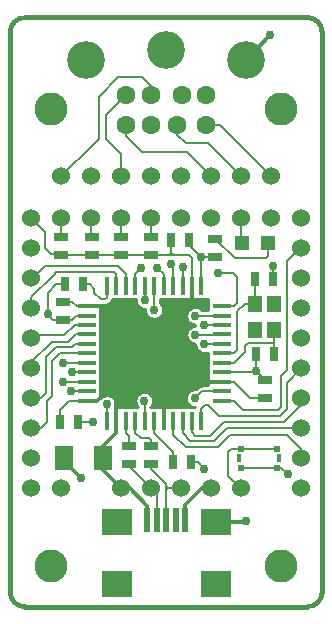
<source format=gtl>
G04 (created by PCBNEW (2013-04-19 BZR 4011)-stable) date 09/05/2013 23:39:35*
%MOIN*%
G04 Gerber Fmt 3.4, Leading zero omitted, Abs format*
%FSLAX34Y34*%
G01*
G70*
G90*
G04 APERTURE LIST*
%ADD10C,2.3622e-006*%
%ADD11C,0.015*%
%ADD12C,0.06*%
%ADD13R,0.0246063X0.023622*%
%ADD14R,0.0127953X0.0275591*%
%ADD15R,0.0472X0.0551*%
%ADD16R,0.0472X0.0472*%
%ADD17R,0.045X0.025*%
%ADD18R,0.025X0.045*%
%ADD19R,0.06X0.016*%
%ADD20R,0.016X0.06*%
%ADD21R,0.06X0.08*%
%ADD22C,0.0629921*%
%ADD23C,0.125984*%
%ADD24R,0.0197X0.0787*%
%ADD25R,0.0984X0.0866*%
%ADD26C,0.110236*%
%ADD27C,0.03*%
%ADD28C,0.012*%
%ADD29C,0.008*%
%ADD30C,0.01*%
G04 APERTURE END LIST*
G54D10*
G54D11*
X10400Y-500D02*
X10400Y-19150D01*
X0Y-19150D02*
X0Y-500D01*
X9900Y-19650D02*
X500Y-19650D01*
X9900Y-19650D02*
G75*
G03X10400Y-19150I0J500D01*
G74*
G01*
X0Y-19150D02*
G75*
G03X500Y-19650I500J0D01*
G74*
G01*
X500Y0D02*
X9900Y0D01*
X500Y0D02*
G75*
G03X0Y-500I0J-500D01*
G74*
G01*
X10400Y-500D02*
G75*
G03X9900Y0I-500J0D01*
G74*
G01*
G54D12*
X700Y-6700D03*
G54D13*
X8910Y-15014D03*
X7689Y-15014D03*
X8910Y-14385D03*
X7689Y-14385D03*
G54D14*
X7630Y-14700D03*
X8969Y-14700D03*
G54D15*
X8160Y-10408D03*
X8160Y-9542D03*
X8790Y-10408D03*
X8790Y-9542D03*
G54D16*
X7716Y-7525D03*
X8583Y-7525D03*
G54D17*
X6825Y-7375D03*
X6825Y-7975D03*
G54D12*
X9700Y-15700D03*
X4700Y-15700D03*
X5700Y-15700D03*
X6700Y-5300D03*
G54D18*
X1825Y-8900D03*
X2425Y-8900D03*
G54D17*
X4700Y-14300D03*
X4700Y-14900D03*
X3950Y-14300D03*
X3950Y-14900D03*
G54D12*
X1700Y-6700D03*
X9700Y-10700D03*
X9700Y-8700D03*
X9700Y-9700D03*
X9700Y-7700D03*
X9700Y-11700D03*
X9700Y-12700D03*
X9700Y-13700D03*
X7700Y-15700D03*
X8700Y-5300D03*
X7700Y-5300D03*
X700Y-7700D03*
X1700Y-15700D03*
X9700Y-6700D03*
X3700Y-15700D03*
X6700Y-15700D03*
X9700Y-14700D03*
X700Y-15700D03*
X700Y-14700D03*
X700Y-13700D03*
X700Y-12700D03*
X2700Y-6700D03*
X700Y-10700D03*
X700Y-9700D03*
X700Y-8700D03*
X8700Y-6700D03*
X7700Y-6700D03*
X6700Y-6700D03*
X5700Y-6700D03*
X4700Y-6700D03*
X3700Y-6700D03*
X700Y-11700D03*
G54D17*
X2725Y-7925D03*
X2725Y-7325D03*
X3700Y-7925D03*
X3700Y-7325D03*
X4700Y-7925D03*
X4700Y-7325D03*
X1700Y-7925D03*
X1700Y-7325D03*
G54D12*
X1700Y-5300D03*
X2700Y-5300D03*
X3700Y-5300D03*
X4700Y-5300D03*
X5700Y-5300D03*
G54D19*
X2550Y-11200D03*
X2550Y-11515D03*
X2550Y-11830D03*
X2550Y-12145D03*
X2550Y-12460D03*
X2550Y-12775D03*
X2550Y-10885D03*
X2550Y-10570D03*
X2550Y-10255D03*
X2550Y-9940D03*
X2550Y-9625D03*
X7050Y-11200D03*
X7050Y-11515D03*
X7050Y-11830D03*
X7050Y-12145D03*
X7050Y-12460D03*
X7050Y-12775D03*
X7050Y-10885D03*
X7050Y-10570D03*
X7050Y-10255D03*
X7050Y-9940D03*
X7050Y-9625D03*
G54D20*
X4800Y-13450D03*
X4800Y-8950D03*
X5115Y-13450D03*
X5115Y-8950D03*
X5430Y-8950D03*
X5430Y-13450D03*
X5745Y-13450D03*
X5745Y-8950D03*
X6060Y-8950D03*
X6060Y-13450D03*
X6375Y-13450D03*
X6375Y-8950D03*
X4485Y-8950D03*
X4485Y-13450D03*
X4170Y-13450D03*
X4170Y-8950D03*
X3855Y-8950D03*
X3855Y-13450D03*
X3540Y-13450D03*
X3540Y-8950D03*
X3225Y-8950D03*
X3225Y-13450D03*
G54D21*
X3100Y-14675D03*
X1800Y-14675D03*
G54D17*
X8500Y-12700D03*
X8500Y-12100D03*
G54D18*
X5425Y-14825D03*
X6025Y-14825D03*
G54D17*
X1750Y-9475D03*
X1750Y-10075D03*
G54D18*
X5375Y-7425D03*
X5975Y-7425D03*
X1675Y-13500D03*
X2275Y-13500D03*
X8800Y-11225D03*
X8200Y-11225D03*
X8150Y-8725D03*
X8750Y-8725D03*
G54D22*
X3861Y-2596D03*
X6538Y-2596D03*
X3861Y-3580D03*
X6538Y-3580D03*
G54D23*
X5200Y-1100D03*
X2542Y-1414D03*
X7857Y-1414D03*
G54D22*
X4688Y-2596D03*
X5711Y-2596D03*
X4688Y-3580D03*
X5554Y-3580D03*
G54D24*
X4571Y-16767D03*
X4886Y-16767D03*
X5201Y-16767D03*
X5516Y-16767D03*
X5831Y-16767D03*
G54D25*
X3547Y-16806D03*
X6854Y-16806D03*
X3547Y-18892D03*
X6855Y-18892D03*
G54D26*
X9025Y-18275D03*
X1375Y-3050D03*
X9025Y-3050D03*
X1375Y-18275D03*
G54D27*
X1750Y-12150D03*
X4800Y-9750D03*
X4500Y-9425D03*
X4375Y-8350D03*
X6475Y-10900D03*
X6175Y-10575D03*
X6475Y-10250D03*
X6175Y-9950D03*
X5750Y-8325D03*
X6925Y-8525D03*
X5350Y-8225D03*
X4900Y-8350D03*
X3225Y-12900D03*
X2075Y-11825D03*
X1750Y-11525D03*
X6150Y-12700D03*
X8675Y-600D03*
X7850Y-16800D03*
X1250Y-9900D03*
X8750Y-8275D03*
X6375Y-7975D03*
X6475Y-15050D03*
X8200Y-11800D03*
X9250Y-15225D03*
X4475Y-12775D03*
X2775Y-13500D03*
X2350Y-15350D03*
X2025Y-12450D03*
G54D28*
X4571Y-16767D02*
X4571Y-16271D01*
X4000Y-15700D02*
X3700Y-15700D01*
X4571Y-16271D02*
X4000Y-15700D01*
G54D29*
X2550Y-9625D02*
X2225Y-9625D01*
X2225Y-9625D02*
X2075Y-9475D01*
X2075Y-9475D02*
X1750Y-9475D01*
G54D28*
X5125Y-12150D02*
X3540Y-12150D01*
X2550Y-9625D02*
X3085Y-9625D01*
X3085Y-9625D02*
X3540Y-10080D01*
X3540Y-10080D02*
X3540Y-12150D01*
X3540Y-12150D02*
X3540Y-13450D01*
X2550Y-12775D02*
X2900Y-12775D01*
X2900Y-12775D02*
X3200Y-12475D01*
X3200Y-12475D02*
X3540Y-12475D01*
G54D29*
X5365Y-7855D02*
X5295Y-7925D01*
X5375Y-7855D02*
X5365Y-7855D01*
X5295Y-7925D02*
X5375Y-7925D01*
X5375Y-7855D02*
X5445Y-7925D01*
X5375Y-7850D02*
X5375Y-7855D01*
X5445Y-7925D02*
X5975Y-7925D01*
X6060Y-8010D02*
X6060Y-8950D01*
X5975Y-7925D02*
X6060Y-8010D01*
X5375Y-7850D02*
X5375Y-7425D01*
G54D28*
X6060Y-8950D02*
X6060Y-9390D01*
X5125Y-10325D02*
X5125Y-12150D01*
X6060Y-9390D02*
X5125Y-10325D01*
X5125Y-12150D02*
X5125Y-13440D01*
X5125Y-13440D02*
X5115Y-13450D01*
X5125Y-12150D02*
X7045Y-12150D01*
X7045Y-12150D02*
X7050Y-12145D01*
G54D29*
X1675Y-13500D02*
X1675Y-13075D01*
X1975Y-12775D02*
X2550Y-12775D01*
X1675Y-13075D02*
X1975Y-12775D01*
G54D28*
X3540Y-13860D02*
X3540Y-13450D01*
X3100Y-14300D02*
X3540Y-13860D01*
X3100Y-14675D02*
X3100Y-14300D01*
X3700Y-15700D02*
X3100Y-15100D01*
G54D29*
X7050Y-12145D02*
X7445Y-12145D01*
X7625Y-12325D02*
X8000Y-12700D01*
X7445Y-12145D02*
X7625Y-12325D01*
X8000Y-12700D02*
X8500Y-12700D01*
X5375Y-7925D02*
X5375Y-7850D01*
X4700Y-7925D02*
X5295Y-7925D01*
X5375Y-7925D02*
X5445Y-7925D01*
X4700Y-7925D02*
X3700Y-7925D01*
X3700Y-7925D02*
X2725Y-7925D01*
X2725Y-7925D02*
X1700Y-7925D01*
X1700Y-7925D02*
X1675Y-7900D01*
X1675Y-7900D02*
X1375Y-7900D01*
X1375Y-7900D02*
X1150Y-7675D01*
X1150Y-7675D02*
X1150Y-7150D01*
X1150Y-7150D02*
X700Y-6700D01*
G54D28*
X3100Y-15100D02*
X3100Y-14675D01*
G54D29*
X2550Y-12145D02*
X2205Y-12145D01*
X2205Y-12145D02*
X1750Y-12150D01*
X5265Y-15700D02*
X5201Y-15636D01*
X5300Y-15700D02*
X5265Y-15700D01*
X5265Y-15700D02*
X5201Y-15764D01*
X5201Y-15764D02*
X5201Y-15765D01*
X5700Y-15700D02*
X5300Y-15700D01*
X5300Y-15700D02*
X5201Y-15700D01*
X5201Y-16767D02*
X5201Y-15765D01*
X5201Y-15765D02*
X5201Y-15700D01*
X5201Y-15700D02*
X5201Y-15636D01*
X5201Y-15636D02*
X5201Y-15546D01*
X5201Y-15546D02*
X4700Y-15045D01*
X4700Y-15045D02*
X4700Y-14900D01*
X4886Y-15886D02*
X4700Y-15700D01*
X4886Y-16767D02*
X4886Y-15886D01*
X3950Y-14900D02*
X3950Y-14950D01*
X3950Y-14950D02*
X4700Y-15700D01*
X1700Y-5300D02*
X2950Y-4050D01*
X2950Y-4050D02*
X2950Y-2650D01*
X2950Y-2650D02*
X3600Y-2000D01*
X1700Y-5300D02*
X2650Y-4350D01*
X3600Y-2000D02*
X4400Y-2000D01*
X4400Y-2000D02*
X4688Y-2288D01*
X4688Y-2288D02*
X4688Y-2596D01*
X3700Y-5300D02*
X3700Y-4550D01*
X3700Y-4550D02*
X3200Y-4050D01*
X3200Y-4050D02*
X3200Y-3257D01*
X3200Y-3257D02*
X3861Y-2596D01*
X3861Y-3580D02*
X3861Y-3961D01*
X3861Y-3961D02*
X4400Y-4500D01*
X4400Y-4500D02*
X5900Y-4500D01*
X5900Y-4500D02*
X6700Y-5300D01*
X5554Y-3580D02*
X5554Y-3904D01*
X6600Y-4200D02*
X7700Y-5300D01*
X5850Y-4200D02*
X6600Y-4200D01*
X5554Y-3904D02*
X5850Y-4200D01*
X6538Y-3580D02*
X6980Y-3580D01*
X6980Y-3580D02*
X8700Y-5300D01*
X5430Y-13450D02*
X5430Y-13905D01*
X9700Y-14400D02*
X9700Y-14700D01*
X9225Y-13925D02*
X9700Y-14400D01*
X7325Y-13925D02*
X9225Y-13925D01*
X6925Y-14325D02*
X7325Y-13925D01*
X5850Y-14325D02*
X6925Y-14325D01*
X5430Y-13905D02*
X5850Y-14325D01*
X5745Y-13450D02*
X5745Y-13870D01*
X7225Y-13700D02*
X9700Y-13700D01*
X6800Y-14125D02*
X7225Y-13700D01*
X6000Y-14125D02*
X6800Y-14125D01*
X5745Y-13870D02*
X6000Y-14125D01*
X9700Y-12700D02*
X9700Y-12925D01*
X6060Y-13835D02*
X6060Y-13450D01*
X6169Y-13944D02*
X6060Y-13835D01*
X6650Y-13944D02*
X6169Y-13944D01*
X7114Y-13480D02*
X6650Y-13944D01*
X9144Y-13480D02*
X7114Y-13480D01*
X9700Y-12925D02*
X9144Y-13480D01*
X6375Y-13450D02*
X6375Y-13050D01*
X9225Y-12175D02*
X9700Y-11700D01*
X9225Y-13050D02*
X9225Y-12175D01*
X9000Y-13275D02*
X9225Y-13050D01*
X6950Y-13275D02*
X9000Y-13275D01*
X6600Y-12925D02*
X6950Y-13275D01*
X6500Y-12925D02*
X6600Y-12925D01*
X6375Y-13050D02*
X6500Y-12925D01*
X4800Y-8950D02*
X4800Y-9750D01*
X4485Y-8950D02*
X4485Y-9410D01*
X4485Y-9410D02*
X4500Y-9425D01*
X4170Y-8950D02*
X4170Y-8555D01*
X4170Y-8555D02*
X4375Y-8350D01*
X9025Y-11950D02*
X9225Y-11750D01*
X9025Y-11950D02*
X9025Y-12975D01*
X9700Y-7700D02*
X9650Y-7700D01*
X9650Y-7700D02*
X9225Y-8125D01*
X7446Y-12775D02*
X7746Y-13075D01*
X7746Y-13075D02*
X8925Y-13075D01*
X8925Y-13075D02*
X9025Y-12975D01*
X7446Y-12775D02*
X7050Y-12775D01*
X9225Y-11750D02*
X9225Y-8125D01*
X3855Y-8950D02*
X3855Y-8555D01*
X750Y-8700D02*
X700Y-8700D01*
X1150Y-8300D02*
X750Y-8700D01*
X3600Y-8300D02*
X1150Y-8300D01*
X3855Y-8555D02*
X3600Y-8300D01*
X1575Y-8500D02*
X1525Y-8500D01*
X1525Y-8500D02*
X1450Y-8575D01*
X700Y-9325D02*
X700Y-9700D01*
X1450Y-8575D02*
X700Y-9325D01*
X3540Y-8950D02*
X3540Y-8565D01*
X1825Y-8500D02*
X1575Y-8500D01*
X3475Y-8500D02*
X1825Y-8500D01*
X3540Y-8565D02*
X3475Y-8500D01*
X6475Y-10900D02*
X7035Y-10900D01*
X7035Y-10900D02*
X7050Y-10885D01*
X1700Y-6700D02*
X1700Y-7325D01*
X6175Y-10575D02*
X7045Y-10575D01*
X7045Y-10575D02*
X7050Y-10570D01*
X2700Y-6700D02*
X2700Y-7300D01*
X2700Y-7300D02*
X2725Y-7325D01*
X7050Y-10255D02*
X7045Y-10250D01*
X6475Y-10250D02*
X7045Y-10250D01*
X3700Y-6700D02*
X3700Y-7325D01*
X6175Y-9950D02*
X7040Y-9950D01*
X7040Y-9950D02*
X7050Y-9940D01*
X7040Y-9950D02*
X7050Y-9940D01*
X4700Y-6700D02*
X4700Y-7325D01*
X5745Y-8345D02*
X5745Y-8950D01*
X5750Y-8325D02*
X5745Y-8345D01*
X7450Y-9625D02*
X7050Y-9625D01*
X7550Y-8650D02*
X7425Y-8525D01*
X7550Y-9525D02*
X7550Y-8650D01*
X7450Y-9625D02*
X7550Y-9525D01*
X7425Y-8525D02*
X6925Y-8525D01*
X7700Y-6700D02*
X7700Y-7508D01*
X7700Y-7508D02*
X7716Y-7525D01*
X5430Y-8950D02*
X5430Y-8305D01*
X5430Y-8305D02*
X5350Y-8225D01*
X5115Y-8560D02*
X4905Y-8350D01*
X4905Y-8350D02*
X4900Y-8350D01*
X5115Y-8950D02*
X5115Y-8560D01*
X3225Y-12900D02*
X3225Y-13450D01*
X2550Y-11830D02*
X2095Y-11830D01*
X2095Y-11830D02*
X2075Y-11825D01*
X1760Y-11515D02*
X2550Y-11515D01*
X1750Y-11525D02*
X1760Y-11515D01*
X1650Y-11200D02*
X2550Y-11200D01*
X1400Y-11450D02*
X1400Y-12625D01*
X1650Y-11200D02*
X1400Y-11450D01*
X700Y-13700D02*
X1025Y-13700D01*
X1225Y-12800D02*
X1400Y-12625D01*
X1225Y-13500D02*
X1225Y-12800D01*
X1025Y-13700D02*
X1225Y-13500D01*
X1200Y-12525D02*
X1200Y-11325D01*
X1525Y-11000D02*
X2050Y-11000D01*
X1200Y-11325D02*
X1525Y-11000D01*
X2050Y-11000D02*
X2165Y-10885D01*
X2165Y-10885D02*
X2550Y-10885D01*
X1200Y-12525D02*
X1025Y-12700D01*
X700Y-12700D02*
X1025Y-12700D01*
X2165Y-10885D02*
X2550Y-10885D01*
X2050Y-11000D02*
X2165Y-10885D01*
X700Y-12700D02*
X700Y-12700D01*
X700Y-11700D02*
X700Y-11500D01*
X1930Y-10819D02*
X2180Y-10570D01*
X1380Y-10819D02*
X1930Y-10819D01*
X700Y-11500D02*
X1380Y-10819D01*
X2180Y-10570D02*
X2550Y-10570D01*
X2180Y-10570D02*
X2550Y-10570D01*
X700Y-11700D02*
X700Y-11700D01*
X700Y-11700D02*
X700Y-11700D01*
X1810Y-10600D02*
X800Y-10600D01*
X800Y-10600D02*
X700Y-10700D01*
X2550Y-10255D02*
X2155Y-10255D01*
X2155Y-10255D02*
X1810Y-10600D01*
X7689Y-14385D02*
X8910Y-14385D01*
X7689Y-14385D02*
X7364Y-14385D01*
X7275Y-15275D02*
X7700Y-15700D01*
X7275Y-14475D02*
X7275Y-15275D01*
X7364Y-14385D02*
X7275Y-14475D01*
X7050Y-12460D02*
X6390Y-12460D01*
X6150Y-12700D02*
X6390Y-12460D01*
X7857Y-1414D02*
X7860Y-1414D01*
G54D28*
X7860Y-1414D02*
X8675Y-600D01*
X7857Y-1414D02*
X7864Y-1414D01*
X6854Y-16806D02*
X7844Y-16806D01*
X7844Y-16806D02*
X7850Y-16800D01*
X5831Y-16767D02*
X5831Y-16269D01*
X6400Y-15700D02*
X6700Y-15700D01*
X5831Y-16269D02*
X6400Y-15700D01*
G54D29*
X1825Y-8900D02*
X1525Y-8900D01*
X1525Y-8900D02*
X1250Y-9175D01*
X1250Y-9175D02*
X1250Y-9900D01*
X1750Y-10075D02*
X1425Y-10075D01*
X1425Y-10075D02*
X1250Y-9900D01*
X2550Y-9940D02*
X2210Y-9940D01*
X2210Y-9940D02*
X2075Y-10075D01*
X2075Y-10075D02*
X1750Y-10075D01*
X6825Y-7975D02*
X6375Y-7975D01*
X6375Y-7975D02*
X6350Y-7975D01*
X6350Y-7975D02*
X6375Y-8000D01*
X6250Y-14825D02*
X6475Y-15050D01*
X6025Y-14825D02*
X6250Y-14825D01*
X8200Y-11225D02*
X8200Y-11800D01*
X8200Y-11800D02*
X8225Y-11825D01*
X8500Y-12100D02*
X8225Y-11825D01*
X7055Y-11825D02*
X7050Y-11830D01*
X8225Y-11825D02*
X7055Y-11825D01*
X8910Y-15014D02*
X9039Y-15014D01*
X9039Y-15014D02*
X9250Y-15225D01*
X7689Y-15014D02*
X8910Y-15014D01*
X4485Y-13450D02*
X4485Y-12785D01*
X4485Y-12785D02*
X4475Y-12775D01*
X2275Y-13500D02*
X2775Y-13500D01*
G54D28*
X1800Y-14675D02*
X1800Y-14800D01*
X1800Y-14800D02*
X2350Y-15350D01*
G54D29*
X2550Y-12460D02*
X2035Y-12460D01*
X2035Y-12460D02*
X2025Y-12450D01*
X8750Y-8725D02*
X8750Y-8275D01*
X8750Y-8275D02*
X8750Y-8225D01*
X8750Y-8725D02*
X8750Y-8300D01*
X8750Y-8300D02*
X8725Y-8275D01*
X5975Y-7425D02*
X5975Y-7600D01*
X5975Y-7600D02*
X6350Y-7975D01*
X6375Y-8000D02*
X6375Y-8950D01*
X6375Y-8950D02*
X6375Y-8000D01*
X3225Y-8950D02*
X3225Y-9350D01*
X2650Y-8900D02*
X2425Y-8900D01*
X2800Y-9050D02*
X2650Y-8900D01*
X2800Y-9200D02*
X2800Y-9050D01*
X3025Y-9400D02*
X2800Y-9200D01*
X3150Y-9400D02*
X3025Y-9400D01*
X3225Y-9350D02*
X3150Y-9400D01*
X3200Y-8925D02*
X3225Y-8950D01*
X3200Y-8925D02*
X3225Y-8950D01*
X8583Y-7525D02*
X8583Y-7966D01*
X7500Y-8025D02*
X6825Y-7375D01*
X8525Y-8025D02*
X7500Y-8025D01*
X8583Y-7966D02*
X8525Y-8025D01*
X4800Y-13850D02*
X4800Y-13450D01*
X5425Y-14475D02*
X4800Y-13850D01*
X5425Y-14825D02*
X5425Y-14475D01*
X4170Y-13450D02*
X4170Y-13845D01*
X4170Y-13845D02*
X4350Y-14025D01*
X4350Y-14025D02*
X4625Y-14025D01*
X4625Y-14025D02*
X4700Y-14100D01*
X4700Y-14100D02*
X4700Y-14300D01*
X3950Y-14300D02*
X3950Y-13950D01*
X3950Y-13950D02*
X3855Y-13855D01*
X3855Y-13855D02*
X3855Y-13450D01*
X7050Y-11515D02*
X7460Y-11515D01*
X7925Y-10850D02*
X8790Y-10850D01*
X7825Y-10950D02*
X7925Y-10850D01*
X7825Y-11150D02*
X7825Y-10950D01*
X7460Y-11515D02*
X7825Y-11150D01*
X8790Y-10408D02*
X8790Y-10850D01*
X8790Y-10850D02*
X8790Y-11215D01*
X8790Y-11215D02*
X8800Y-11225D01*
X8150Y-8725D02*
X8150Y-9532D01*
X8150Y-9532D02*
X8160Y-9542D01*
X8160Y-9542D02*
X7833Y-9542D01*
X7450Y-11200D02*
X7050Y-11200D01*
X7575Y-11075D02*
X7450Y-11200D01*
X7575Y-9800D02*
X7575Y-11075D01*
X7833Y-9542D02*
X7575Y-9800D01*
G54D10*
G36*
X6600Y-12270D02*
X6390Y-12270D01*
X6372Y-12271D01*
X6355Y-12273D01*
X6354Y-12273D01*
X6353Y-12273D01*
X6336Y-12278D01*
X6319Y-12283D01*
X6318Y-12284D01*
X6317Y-12284D01*
X6302Y-12292D01*
X6286Y-12300D01*
X6285Y-12301D01*
X6284Y-12301D01*
X6271Y-12312D01*
X6257Y-12323D01*
X6256Y-12325D01*
X6256Y-12325D01*
X6256Y-12325D01*
X6255Y-12325D01*
X6181Y-12400D01*
X6122Y-12399D01*
X6064Y-12410D01*
X6010Y-12432D01*
X5961Y-12465D01*
X5919Y-12506D01*
X5885Y-12554D01*
X5862Y-12608D01*
X5850Y-12666D01*
X5849Y-12725D01*
X5860Y-12783D01*
X5881Y-12837D01*
X5913Y-12887D01*
X5954Y-12929D01*
X6002Y-12963D01*
X6056Y-12986D01*
X6114Y-12999D01*
X6146Y-13000D01*
X6141Y-13000D01*
X6126Y-12999D01*
X5965Y-12999D01*
X5965Y-13000D01*
X5826Y-13000D01*
X5811Y-12999D01*
X5650Y-12999D01*
X5650Y-13000D01*
X5511Y-13000D01*
X5496Y-12999D01*
X5335Y-12999D01*
X5335Y-13000D01*
X4881Y-13000D01*
X4866Y-12999D01*
X4705Y-12999D01*
X4705Y-13000D01*
X4675Y-13000D01*
X4675Y-12998D01*
X4703Y-12971D01*
X4737Y-12923D01*
X4761Y-12870D01*
X4774Y-12812D01*
X4775Y-12745D01*
X4763Y-12687D01*
X4741Y-12633D01*
X4708Y-12584D01*
X4667Y-12542D01*
X4618Y-12509D01*
X4564Y-12487D01*
X4506Y-12475D01*
X4447Y-12474D01*
X4389Y-12485D01*
X4335Y-12507D01*
X4286Y-12540D01*
X4244Y-12581D01*
X4210Y-12629D01*
X4187Y-12683D01*
X4175Y-12741D01*
X4174Y-12800D01*
X4185Y-12858D01*
X4206Y-12912D01*
X4238Y-12962D01*
X4275Y-13000D01*
X4251Y-13000D01*
X4236Y-12999D01*
X4075Y-12999D01*
X4075Y-13000D01*
X3936Y-13000D01*
X3921Y-12999D01*
X3760Y-12999D01*
X3760Y-13000D01*
X3508Y-13000D01*
X3511Y-12995D01*
X3524Y-12937D01*
X3525Y-12870D01*
X3513Y-12812D01*
X3491Y-12758D01*
X3458Y-12709D01*
X3417Y-12667D01*
X3368Y-12634D01*
X3314Y-12612D01*
X3256Y-12600D01*
X3197Y-12599D01*
X3139Y-12610D01*
X3085Y-12632D01*
X3036Y-12665D01*
X3000Y-12700D01*
X3000Y-12541D01*
X3000Y-12526D01*
X3000Y-12365D01*
X3000Y-12365D01*
X3000Y-12226D01*
X3000Y-12211D01*
X3000Y-12050D01*
X3000Y-12050D01*
X3000Y-11911D01*
X3000Y-11896D01*
X3000Y-11735D01*
X3000Y-11735D01*
X3000Y-11596D01*
X3000Y-11581D01*
X3000Y-11420D01*
X3000Y-11420D01*
X3000Y-11281D01*
X3000Y-11266D01*
X3000Y-11105D01*
X3000Y-11105D01*
X3000Y-10966D01*
X3000Y-10951D01*
X3000Y-10790D01*
X3000Y-10790D01*
X3000Y-10651D01*
X3000Y-10636D01*
X3000Y-10475D01*
X3000Y-10475D01*
X3000Y-10336D01*
X3000Y-10321D01*
X3000Y-10160D01*
X3000Y-10160D01*
X3000Y-10021D01*
X3000Y-10006D01*
X3000Y-9845D01*
X3000Y-9845D01*
X3000Y-9588D01*
X3008Y-9588D01*
X3022Y-9589D01*
X3025Y-9590D01*
X3150Y-9590D01*
X3167Y-9588D01*
X3184Y-9586D01*
X3185Y-9586D01*
X3186Y-9586D01*
X3203Y-9581D01*
X3220Y-9576D01*
X3221Y-9576D01*
X3222Y-9575D01*
X3237Y-9567D01*
X3253Y-9559D01*
X3255Y-9558D01*
X3255Y-9558D01*
X3255Y-9558D01*
X3255Y-9558D01*
X3328Y-9509D01*
X3329Y-9508D01*
X3329Y-9508D01*
X3330Y-9508D01*
X3342Y-9497D01*
X3357Y-9485D01*
X3358Y-9485D01*
X3359Y-9484D01*
X3369Y-9472D01*
X3381Y-9457D01*
X3382Y-9456D01*
X3382Y-9455D01*
X3390Y-9441D01*
X3399Y-9424D01*
X3399Y-9423D01*
X3400Y-9423D01*
X3405Y-9407D01*
X3407Y-9400D01*
X3458Y-9400D01*
X3473Y-9400D01*
X3634Y-9400D01*
X3634Y-9400D01*
X3773Y-9400D01*
X3788Y-9400D01*
X3949Y-9400D01*
X3949Y-9400D01*
X4088Y-9400D01*
X4103Y-9400D01*
X4200Y-9400D01*
X4199Y-9450D01*
X4210Y-9508D01*
X4231Y-9562D01*
X4263Y-9612D01*
X4304Y-9654D01*
X4352Y-9688D01*
X4406Y-9711D01*
X4464Y-9724D01*
X4500Y-9725D01*
X4499Y-9775D01*
X4510Y-9833D01*
X4531Y-9887D01*
X4563Y-9937D01*
X4604Y-9979D01*
X4652Y-10013D01*
X4706Y-10036D01*
X4764Y-10049D01*
X4823Y-10050D01*
X4881Y-10040D01*
X4935Y-10019D01*
X4985Y-9987D01*
X5028Y-9946D01*
X5062Y-9898D01*
X5086Y-9845D01*
X5099Y-9787D01*
X5100Y-9720D01*
X5088Y-9662D01*
X5066Y-9608D01*
X5033Y-9559D01*
X4992Y-9517D01*
X4990Y-9516D01*
X4990Y-9400D01*
X5033Y-9400D01*
X5048Y-9400D01*
X5209Y-9400D01*
X5209Y-9400D01*
X5348Y-9400D01*
X5363Y-9400D01*
X5524Y-9400D01*
X5524Y-9400D01*
X5663Y-9400D01*
X5678Y-9400D01*
X5839Y-9400D01*
X5839Y-9400D01*
X6293Y-9400D01*
X6308Y-9400D01*
X6469Y-9400D01*
X6469Y-9400D01*
X6600Y-9400D01*
X6600Y-9543D01*
X6599Y-9558D01*
X6599Y-9719D01*
X6600Y-9719D01*
X6600Y-9760D01*
X6408Y-9760D01*
X6408Y-9759D01*
X6367Y-9717D01*
X6318Y-9684D01*
X6264Y-9662D01*
X6206Y-9650D01*
X6147Y-9649D01*
X6089Y-9660D01*
X6035Y-9682D01*
X5986Y-9715D01*
X5944Y-9756D01*
X5910Y-9804D01*
X5887Y-9858D01*
X5875Y-9916D01*
X5874Y-9975D01*
X5885Y-10033D01*
X5906Y-10087D01*
X5938Y-10137D01*
X5979Y-10179D01*
X6027Y-10213D01*
X6081Y-10236D01*
X6139Y-10249D01*
X6174Y-10250D01*
X6174Y-10274D01*
X6147Y-10274D01*
X6089Y-10285D01*
X6035Y-10307D01*
X5986Y-10340D01*
X5944Y-10381D01*
X5910Y-10429D01*
X5887Y-10483D01*
X5875Y-10541D01*
X5874Y-10600D01*
X5885Y-10658D01*
X5906Y-10712D01*
X5938Y-10762D01*
X5979Y-10804D01*
X6027Y-10838D01*
X6081Y-10861D01*
X6139Y-10874D01*
X6175Y-10875D01*
X6174Y-10925D01*
X6185Y-10983D01*
X6206Y-11037D01*
X6238Y-11087D01*
X6279Y-11129D01*
X6327Y-11163D01*
X6381Y-11186D01*
X6439Y-11199D01*
X6498Y-11200D01*
X6556Y-11190D01*
X6599Y-11173D01*
X6599Y-11294D01*
X6600Y-11294D01*
X6600Y-11433D01*
X6599Y-11448D01*
X6599Y-11609D01*
X6600Y-11609D01*
X6600Y-11748D01*
X6599Y-11763D01*
X6599Y-11924D01*
X6600Y-11924D01*
X6600Y-12270D01*
X6600Y-12270D01*
G37*
G54D30*
X6600Y-12270D02*
X6390Y-12270D01*
X6372Y-12271D01*
X6355Y-12273D01*
X6354Y-12273D01*
X6353Y-12273D01*
X6336Y-12278D01*
X6319Y-12283D01*
X6318Y-12284D01*
X6317Y-12284D01*
X6302Y-12292D01*
X6286Y-12300D01*
X6285Y-12301D01*
X6284Y-12301D01*
X6271Y-12312D01*
X6257Y-12323D01*
X6256Y-12325D01*
X6256Y-12325D01*
X6256Y-12325D01*
X6255Y-12325D01*
X6181Y-12400D01*
X6122Y-12399D01*
X6064Y-12410D01*
X6010Y-12432D01*
X5961Y-12465D01*
X5919Y-12506D01*
X5885Y-12554D01*
X5862Y-12608D01*
X5850Y-12666D01*
X5849Y-12725D01*
X5860Y-12783D01*
X5881Y-12837D01*
X5913Y-12887D01*
X5954Y-12929D01*
X6002Y-12963D01*
X6056Y-12986D01*
X6114Y-12999D01*
X6146Y-13000D01*
X6141Y-13000D01*
X6126Y-12999D01*
X5965Y-12999D01*
X5965Y-13000D01*
X5826Y-13000D01*
X5811Y-12999D01*
X5650Y-12999D01*
X5650Y-13000D01*
X5511Y-13000D01*
X5496Y-12999D01*
X5335Y-12999D01*
X5335Y-13000D01*
X4881Y-13000D01*
X4866Y-12999D01*
X4705Y-12999D01*
X4705Y-13000D01*
X4675Y-13000D01*
X4675Y-12998D01*
X4703Y-12971D01*
X4737Y-12923D01*
X4761Y-12870D01*
X4774Y-12812D01*
X4775Y-12745D01*
X4763Y-12687D01*
X4741Y-12633D01*
X4708Y-12584D01*
X4667Y-12542D01*
X4618Y-12509D01*
X4564Y-12487D01*
X4506Y-12475D01*
X4447Y-12474D01*
X4389Y-12485D01*
X4335Y-12507D01*
X4286Y-12540D01*
X4244Y-12581D01*
X4210Y-12629D01*
X4187Y-12683D01*
X4175Y-12741D01*
X4174Y-12800D01*
X4185Y-12858D01*
X4206Y-12912D01*
X4238Y-12962D01*
X4275Y-13000D01*
X4251Y-13000D01*
X4236Y-12999D01*
X4075Y-12999D01*
X4075Y-13000D01*
X3936Y-13000D01*
X3921Y-12999D01*
X3760Y-12999D01*
X3760Y-13000D01*
X3508Y-13000D01*
X3511Y-12995D01*
X3524Y-12937D01*
X3525Y-12870D01*
X3513Y-12812D01*
X3491Y-12758D01*
X3458Y-12709D01*
X3417Y-12667D01*
X3368Y-12634D01*
X3314Y-12612D01*
X3256Y-12600D01*
X3197Y-12599D01*
X3139Y-12610D01*
X3085Y-12632D01*
X3036Y-12665D01*
X3000Y-12700D01*
X3000Y-12541D01*
X3000Y-12526D01*
X3000Y-12365D01*
X3000Y-12365D01*
X3000Y-12226D01*
X3000Y-12211D01*
X3000Y-12050D01*
X3000Y-12050D01*
X3000Y-11911D01*
X3000Y-11896D01*
X3000Y-11735D01*
X3000Y-11735D01*
X3000Y-11596D01*
X3000Y-11581D01*
X3000Y-11420D01*
X3000Y-11420D01*
X3000Y-11281D01*
X3000Y-11266D01*
X3000Y-11105D01*
X3000Y-11105D01*
X3000Y-10966D01*
X3000Y-10951D01*
X3000Y-10790D01*
X3000Y-10790D01*
X3000Y-10651D01*
X3000Y-10636D01*
X3000Y-10475D01*
X3000Y-10475D01*
X3000Y-10336D01*
X3000Y-10321D01*
X3000Y-10160D01*
X3000Y-10160D01*
X3000Y-10021D01*
X3000Y-10006D01*
X3000Y-9845D01*
X3000Y-9845D01*
X3000Y-9588D01*
X3008Y-9588D01*
X3022Y-9589D01*
X3025Y-9590D01*
X3150Y-9590D01*
X3167Y-9588D01*
X3184Y-9586D01*
X3185Y-9586D01*
X3186Y-9586D01*
X3203Y-9581D01*
X3220Y-9576D01*
X3221Y-9576D01*
X3222Y-9575D01*
X3237Y-9567D01*
X3253Y-9559D01*
X3255Y-9558D01*
X3255Y-9558D01*
X3255Y-9558D01*
X3255Y-9558D01*
X3328Y-9509D01*
X3329Y-9508D01*
X3329Y-9508D01*
X3330Y-9508D01*
X3342Y-9497D01*
X3357Y-9485D01*
X3358Y-9485D01*
X3359Y-9484D01*
X3369Y-9472D01*
X3381Y-9457D01*
X3382Y-9456D01*
X3382Y-9455D01*
X3390Y-9441D01*
X3399Y-9424D01*
X3399Y-9423D01*
X3400Y-9423D01*
X3405Y-9407D01*
X3407Y-9400D01*
X3458Y-9400D01*
X3473Y-9400D01*
X3634Y-9400D01*
X3634Y-9400D01*
X3773Y-9400D01*
X3788Y-9400D01*
X3949Y-9400D01*
X3949Y-9400D01*
X4088Y-9400D01*
X4103Y-9400D01*
X4200Y-9400D01*
X4199Y-9450D01*
X4210Y-9508D01*
X4231Y-9562D01*
X4263Y-9612D01*
X4304Y-9654D01*
X4352Y-9688D01*
X4406Y-9711D01*
X4464Y-9724D01*
X4500Y-9725D01*
X4499Y-9775D01*
X4510Y-9833D01*
X4531Y-9887D01*
X4563Y-9937D01*
X4604Y-9979D01*
X4652Y-10013D01*
X4706Y-10036D01*
X4764Y-10049D01*
X4823Y-10050D01*
X4881Y-10040D01*
X4935Y-10019D01*
X4985Y-9987D01*
X5028Y-9946D01*
X5062Y-9898D01*
X5086Y-9845D01*
X5099Y-9787D01*
X5100Y-9720D01*
X5088Y-9662D01*
X5066Y-9608D01*
X5033Y-9559D01*
X4992Y-9517D01*
X4990Y-9516D01*
X4990Y-9400D01*
X5033Y-9400D01*
X5048Y-9400D01*
X5209Y-9400D01*
X5209Y-9400D01*
X5348Y-9400D01*
X5363Y-9400D01*
X5524Y-9400D01*
X5524Y-9400D01*
X5663Y-9400D01*
X5678Y-9400D01*
X5839Y-9400D01*
X5839Y-9400D01*
X6293Y-9400D01*
X6308Y-9400D01*
X6469Y-9400D01*
X6469Y-9400D01*
X6600Y-9400D01*
X6600Y-9543D01*
X6599Y-9558D01*
X6599Y-9719D01*
X6600Y-9719D01*
X6600Y-9760D01*
X6408Y-9760D01*
X6408Y-9759D01*
X6367Y-9717D01*
X6318Y-9684D01*
X6264Y-9662D01*
X6206Y-9650D01*
X6147Y-9649D01*
X6089Y-9660D01*
X6035Y-9682D01*
X5986Y-9715D01*
X5944Y-9756D01*
X5910Y-9804D01*
X5887Y-9858D01*
X5875Y-9916D01*
X5874Y-9975D01*
X5885Y-10033D01*
X5906Y-10087D01*
X5938Y-10137D01*
X5979Y-10179D01*
X6027Y-10213D01*
X6081Y-10236D01*
X6139Y-10249D01*
X6174Y-10250D01*
X6174Y-10274D01*
X6147Y-10274D01*
X6089Y-10285D01*
X6035Y-10307D01*
X5986Y-10340D01*
X5944Y-10381D01*
X5910Y-10429D01*
X5887Y-10483D01*
X5875Y-10541D01*
X5874Y-10600D01*
X5885Y-10658D01*
X5906Y-10712D01*
X5938Y-10762D01*
X5979Y-10804D01*
X6027Y-10838D01*
X6081Y-10861D01*
X6139Y-10874D01*
X6175Y-10875D01*
X6174Y-10925D01*
X6185Y-10983D01*
X6206Y-11037D01*
X6238Y-11087D01*
X6279Y-11129D01*
X6327Y-11163D01*
X6381Y-11186D01*
X6439Y-11199D01*
X6498Y-11200D01*
X6556Y-11190D01*
X6599Y-11173D01*
X6599Y-11294D01*
X6600Y-11294D01*
X6600Y-11433D01*
X6599Y-11448D01*
X6599Y-11609D01*
X6600Y-11609D01*
X6600Y-11748D01*
X6599Y-11763D01*
X6599Y-11924D01*
X6600Y-11924D01*
X6600Y-12270D01*
M02*

</source>
